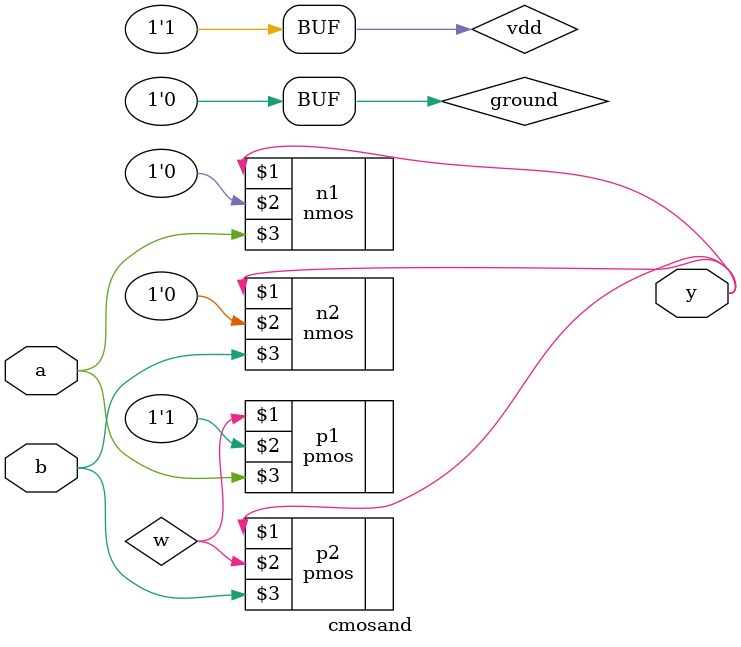
<source format=v>
`timescale 1ns / 1ps


module cmosand(a,b,y);
input a,b;
output y;
wire w;

   supply1 vdd;
   supply0 ground;
   
   pmos p1(w,vdd,a);
   pmos p2(y,w,b);
   nmos n1(y,ground,a);
   nmos n2(y,ground,b);
endmodule

</source>
